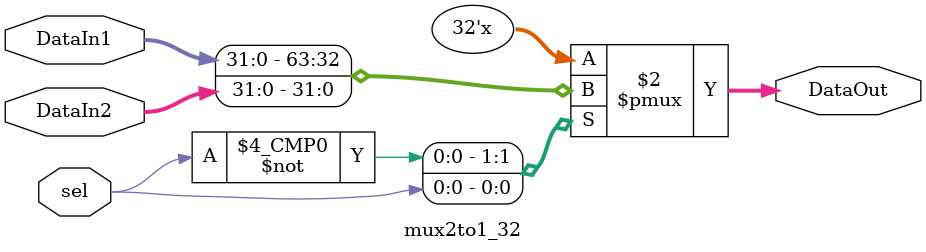
<source format=v>
`timescale 1ns / 1ps

module mux2to1_32(
    input sel,
    input [31:0] DataIn1,
    input [31:0] DataIn2,
    output reg [31:0] DataOut
);
    always@(*) begin
    case(sel)
        1'b0: DataOut = DataIn1;
        1'b1: DataOut = DataIn2;
    endcase
end 
endmodule
</source>
